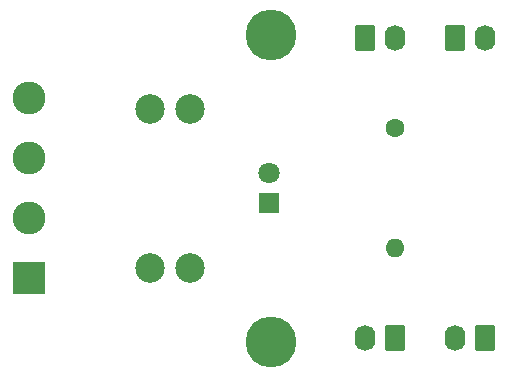
<source format=gbr>
%TF.GenerationSoftware,KiCad,Pcbnew,8.0.8*%
%TF.CreationDate,2025-04-29T10:47:02+02:00*%
%TF.ProjectId,stern-aux-power-distribution,73746572-6e2d-4617-9578-2d706f776572,rev?*%
%TF.SameCoordinates,Original*%
%TF.FileFunction,Soldermask,Top*%
%TF.FilePolarity,Negative*%
%FSLAX46Y46*%
G04 Gerber Fmt 4.6, Leading zero omitted, Abs format (unit mm)*
G04 Created by KiCad (PCBNEW 8.0.8) date 2025-04-29 10:47:02*
%MOMM*%
%LPD*%
G01*
G04 APERTURE LIST*
G04 Aperture macros list*
%AMRoundRect*
0 Rectangle with rounded corners*
0 $1 Rounding radius*
0 $2 $3 $4 $5 $6 $7 $8 $9 X,Y pos of 4 corners*
0 Add a 4 corners polygon primitive as box body*
4,1,4,$2,$3,$4,$5,$6,$7,$8,$9,$2,$3,0*
0 Add four circle primitives for the rounded corners*
1,1,$1+$1,$2,$3*
1,1,$1+$1,$4,$5*
1,1,$1+$1,$6,$7*
1,1,$1+$1,$8,$9*
0 Add four rect primitives between the rounded corners*
20,1,$1+$1,$2,$3,$4,$5,0*
20,1,$1+$1,$4,$5,$6,$7,0*
20,1,$1+$1,$6,$7,$8,$9,0*
20,1,$1+$1,$8,$9,$2,$3,0*%
G04 Aperture macros list end*
%ADD10RoundRect,0.250000X-0.620000X-0.845000X0.620000X-0.845000X0.620000X0.845000X-0.620000X0.845000X0*%
%ADD11O,1.740000X2.190000*%
%ADD12C,4.300000*%
%ADD13C,1.600000*%
%ADD14O,1.600000X1.600000*%
%ADD15C,2.500000*%
%ADD16RoundRect,0.250000X0.620000X0.845000X-0.620000X0.845000X-0.620000X-0.845000X0.620000X-0.845000X0*%
%ADD17C,1.800000*%
%ADD18R,1.800000X1.800000*%
%ADD19C,2.780000*%
%ADD20R,2.780000X2.780000*%
G04 APERTURE END LIST*
D10*
%TO.C,J2*%
X50530000Y-19480000D03*
D11*
X53070000Y-19480000D03*
%TD*%
D12*
%TO.C,H2*%
X42560000Y-19180000D03*
%TD*%
%TO.C,H1*%
X42560000Y-45180000D03*
%TD*%
D13*
%TO.C,R1*%
X53070000Y-27100000D03*
D14*
X53070000Y-37260000D03*
%TD*%
D15*
%TO.C,F1*%
X35720000Y-25445000D03*
X32320000Y-25445000D03*
X35720000Y-38915000D03*
X32320000Y-38915000D03*
%TD*%
D10*
%TO.C,J3*%
X58150000Y-19480000D03*
D11*
X60690000Y-19480000D03*
%TD*%
D16*
%TO.C,J4*%
X53070000Y-44880000D03*
D11*
X50530000Y-44880000D03*
%TD*%
D17*
%TO.C,D1*%
X42335000Y-30910000D03*
D18*
X42335000Y-33450000D03*
%TD*%
D19*
%TO.C,J1*%
X22015000Y-24560000D03*
X22015000Y-29640000D03*
X22015000Y-34720000D03*
D20*
X22015000Y-39800000D03*
%TD*%
D16*
%TO.C,J5*%
X60690000Y-44880000D03*
D11*
X58150000Y-44880000D03*
%TD*%
M02*

</source>
